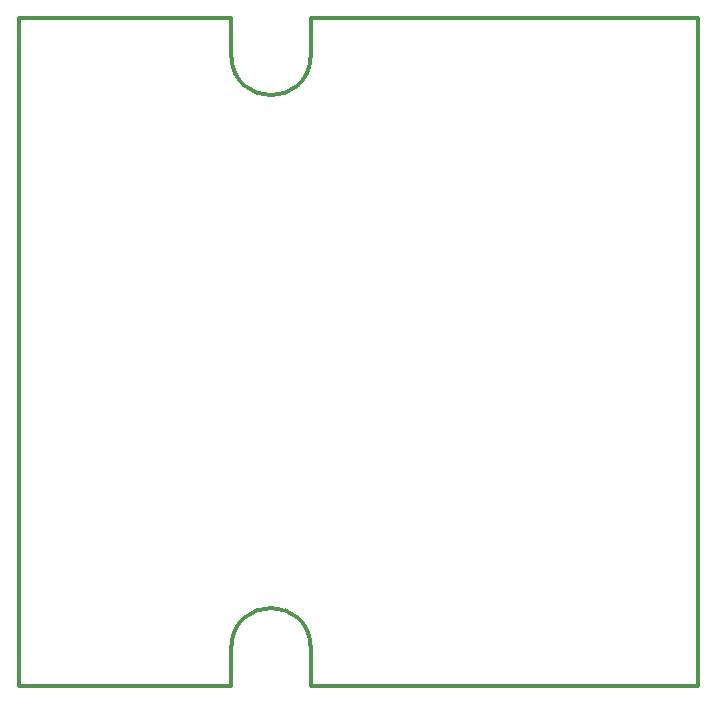
<source format=gbr>
%TF.GenerationSoftware,KiCad,Pcbnew,6.0.10-86aedd382b~118~ubuntu20.04.1*%
%TF.CreationDate,2023-01-16T10:09:38+01:00*%
%TF.ProjectId,Adaptateur-USB-Xbee-2,41646170-7461-4746-9575-722d5553422d,rev?*%
%TF.SameCoordinates,Original*%
%TF.FileFunction,Profile,NP*%
%FSLAX46Y46*%
G04 Gerber Fmt 4.6, Leading zero omitted, Abs format (unit mm)*
G04 Created by KiCad (PCBNEW 6.0.10-86aedd382b~118~ubuntu20.04.1) date 2023-01-16 10:09:38*
%MOMM*%
%LPD*%
G01*
G04 APERTURE LIST*
%TA.AperFunction,Profile*%
%ADD10C,0.300000*%
%TD*%
G04 APERTURE END LIST*
D10*
X142500000Y-84000000D02*
X109700000Y-84000000D01*
X85000000Y-84000000D02*
X85000000Y-140600000D01*
X103000000Y-87300000D02*
G75*
G03*
X109700000Y-87300000I3350000J116985D01*
G01*
X109700000Y-84000000D02*
X109700000Y-87300000D01*
X109700000Y-140600000D02*
X142500000Y-140600000D01*
X109700000Y-137200000D02*
G75*
G03*
X103000000Y-137200000I-3350000J-116985D01*
G01*
X103000000Y-140600000D02*
X103000000Y-137200000D01*
X142500000Y-140600000D02*
X142500000Y-84000000D01*
X103000000Y-87300000D02*
X103000000Y-84000000D01*
X109700000Y-137200000D02*
X109700000Y-140600000D01*
X103000000Y-84000000D02*
X85000000Y-84000000D01*
X85000000Y-140600000D02*
X103000000Y-140600000D01*
M02*

</source>
